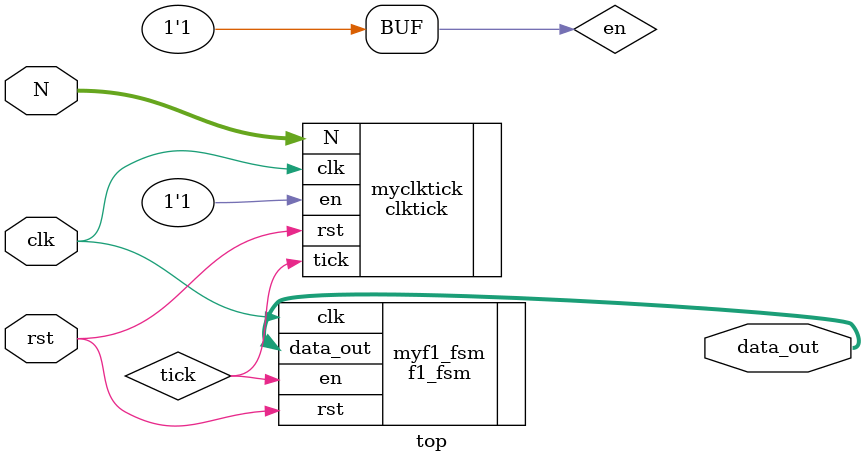
<source format=sv>
module top(
    input logic clk,
    input logic rst,
    input logic [15:0] N,
    output logic [7:0] data_out
);

logic en = 1'b1;
logic tick;

clktick myclktick(
    .clk(clk),
    .rst(rst),
    .N(N),
    .en(en),
    .tick(tick)
);

f1_fsm myf1_fsm(
    .clk(clk),
    .rst(rst),
    .en(tick),
    .data_out(data_out)
);

endmodule

</source>
